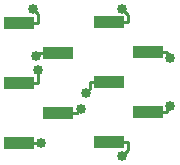
<source format=gbl>
G04 #@! TF.FileFunction,Copper,L2,Bot,Signal*
%FSLAX46Y46*%
G04 Gerber Fmt 4.6, Leading zero omitted, Abs format (unit mm)*
G04 Created by KiCad (PCBNEW 4.0.7-e2-6376~58~ubuntu16.04.1) date Sat Jan 13 09:41:55 2018*
%MOMM*%
%LPD*%
G01*
G04 APERTURE LIST*
%ADD10C,0.100000*%
%ADD11R,2.510000X1.000000*%
%ADD12C,0.850000*%
%ADD13C,0.250000*%
G04 APERTURE END LIST*
D10*
D11*
X133358000Y-102616000D03*
X133358000Y-107696000D03*
X130048000Y-100076000D03*
X130048000Y-105156000D03*
X130048000Y-110236000D03*
X140970000Y-102591000D03*
X140970000Y-107671000D03*
X137660000Y-100051000D03*
X137660000Y-105131000D03*
X137660000Y-110211000D03*
D12*
X131448600Y-102868300D03*
X135296100Y-107405400D03*
X131204600Y-98945900D03*
X131628300Y-104085400D03*
X131929200Y-110243600D03*
X138775400Y-98918200D03*
X142862500Y-103093000D03*
X135731800Y-105987100D03*
X142862500Y-107093000D03*
X138737800Y-111359700D03*
D13*
X133358000Y-102616000D02*
X131777700Y-102616000D01*
X131700900Y-102616000D02*
X131448600Y-102868300D01*
X131777700Y-102616000D02*
X131700900Y-102616000D01*
X135228900Y-107405400D02*
X135296100Y-107405400D01*
X134938300Y-107696000D02*
X135228900Y-107405400D01*
X133358000Y-107696000D02*
X134938300Y-107696000D01*
X130048000Y-100076000D02*
X131628300Y-100076000D01*
X131628300Y-99369600D02*
X131204600Y-98945900D01*
X131628300Y-100076000D02*
X131628300Y-99369600D01*
X130048000Y-105156000D02*
X131628300Y-105156000D01*
X131628300Y-105156000D02*
X131628300Y-104085400D01*
X131921600Y-110236000D02*
X131929200Y-110243600D01*
X130048000Y-110236000D02*
X131921600Y-110236000D01*
X137660000Y-100051000D02*
X139240300Y-100051000D01*
X139240300Y-99383100D02*
X138775400Y-98918200D01*
X139240300Y-100051000D02*
X139240300Y-99383100D01*
X142550300Y-102780800D02*
X142862500Y-103093000D01*
X142550300Y-102591000D02*
X142550300Y-102780800D01*
X140970000Y-102591000D02*
X142550300Y-102591000D01*
X136079700Y-105639200D02*
X136079700Y-105131000D01*
X135731800Y-105987100D02*
X136079700Y-105639200D01*
X137660000Y-105131000D02*
X136079700Y-105131000D01*
X142550300Y-107405200D02*
X142862500Y-107093000D01*
X142550300Y-107671000D02*
X142550300Y-107405200D01*
X140970000Y-107671000D02*
X142550300Y-107671000D01*
X137660000Y-110211000D02*
X139240300Y-110211000D01*
X139240300Y-110857200D02*
X138737800Y-111359700D01*
X139240300Y-110211000D02*
X139240300Y-110857200D01*
M02*

</source>
